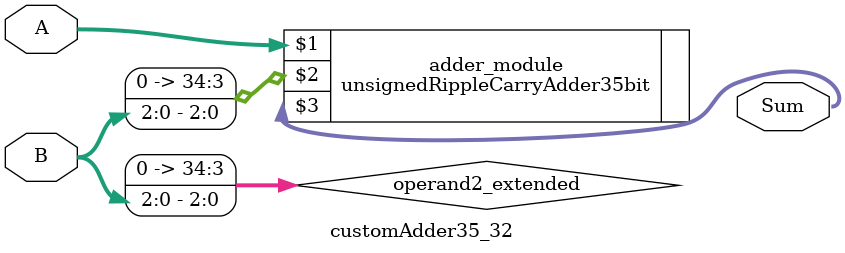
<source format=v>
module customAdder35_32(
                        input [34 : 0] A,
                        input [2 : 0] B,
                        
                        output [35 : 0] Sum
                );

        wire [34 : 0] operand2_extended;
        
        assign operand2_extended =  {32'b0, B};
        
        unsignedRippleCarryAdder35bit adder_module(
            A,
            operand2_extended,
            Sum
        );
        
        endmodule
        
</source>
